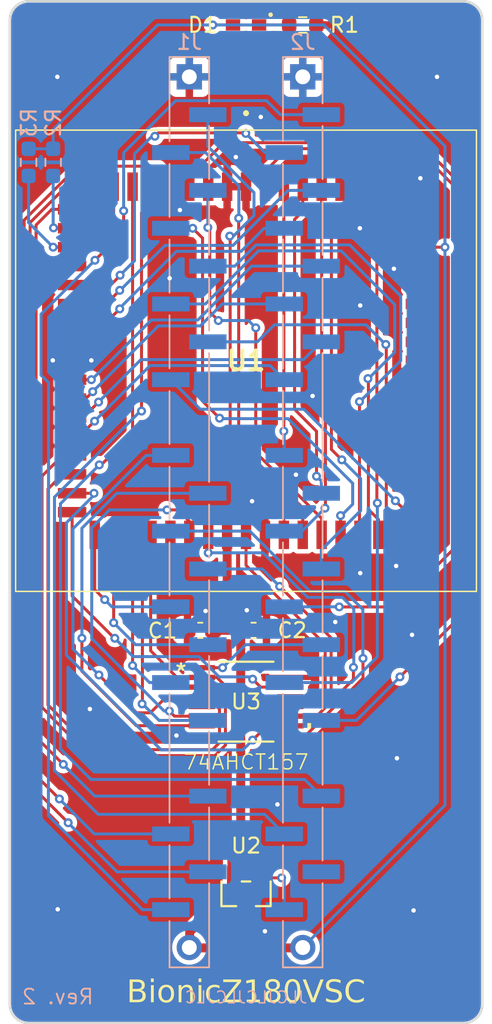
<source format=kicad_pcb>
(kicad_pcb (version 20241229) (generator "pcbnew") (generator_version "9.0")
  (title_block (title "BionicZ180") (date "2025-11-17") (rev "2") (company "Tadashi G. Takaoka"))
  (layers (0 "F.Cu" mixed) (2 "B.Cu" mixed) (13 "F.Paste" user) (15 "B.Paste" user) (5 "F.SilkS" user "F.Silkscreen") (7 "B.SilkS" user "B.Silkscreen") (1 "F.Mask" user) (3 "B.Mask" user) (25 "Edge.Cuts" user))
  (net 0 "")
  (net 1 "VCC")
  (net 2 "GND")
  (net 3 "Net-(D1-K)")
  (net 4 "A12")
  (net 5 "D6")
  (net 6 "~{WAIT}")
  (net 7 "A13")
  (net 8 "D3")
  (net 9 "P33")
  (net 10 "D0")
  (net 11 "D7")
  (net 12 "~{RESET}")
  (net 13 "D1")
  (net 14 "P31")
  (net 15 "P32")
  (net 16 "~{INT0}")
  (net 17 "D5")
  (net 18 "D2")
  (net 19 "P30")
  (net 20 "A14")
  (net 21 "A15")
  (net 22 "D4")
  (net 23 "~{NMI}")
  (net 24 "Net-(J2-P57)")
  (net 26 "ASEL")
  (net 27 "~{MREQ}")
  (net 28 "PHI")
  (net 29 "~{IORQ}")
  (net 30 "A4")
  (net 31 "EXTAL")
  (net 32 "~{WR}")
  (net 33 "A6")
  (net 34 "~{BUSREQ}")
  (net 35 "A2")
  (net 36 "A5")
  (net 37 "A7")
  (net 38 "~{M1}")
  (net 39 "A1")
  (net 40 "~{RD}")
  (net 41 "A3")
  (net 42 "A0")
  (net 43 "~{BUSACK}")
  (net 44 "Net-(U1-~{INT1})")
  (net 45 "Net-(U1-~{INT2})")
  (net 49 "A10")
  (net 51 "A16")
  (net 52 "A17")
  (net 53 "A11")
  (net 56 "A8")
  (net 57 "A19")
  (net 61 "A18")
  (net 65 "A9")
  (footprint "ti:PW16-M" (layer "F.Cu") (at 113.7 117.001001)
    (property "Reference" "U3")
    (property "Value" "74AHCT157")
  )
  (footprint "rhom:LED_CSL1901UW1_ROM-M" (layer "F.Cu") (at 113.7 71.6002 180)
    (property "Reference" "D1")
    (property "Value" "CSL1901UW1")
  )
  (footprint "Resistor_SMD:R_0603_1608Metric_Pad0.98x0.95mm_HandSolder" (layer "F.Cu") (at 117.51 71.6002)
    (property "Reference" "R1")
    (property "Value" "1.6k")
  )
  (footprint "3m:846821B1RKTP" (layer "F.Cu") (at 113.7 94.13)
    (property "Reference" "U1")
    (property "Value" "Z80180" (hide yes))
  )
  (footprint "microchip:SOT-23_MC_MCH-M" (layer "F.Cu") (at 113.7 129.894 180)
    (property "Reference" "U2")
    (property "Value" "11AA010-I/TT")
  )
  (footprint "Capacitor_SMD:C_0603_1608Metric_Pad1.08x0.95mm_HandSolder" (layer "F.Cu") (at 110.6277 112.2148 180)
    (property "Reference" "C1")
    (property "Value" "0.1u")
  )
  (footprint "Capacitor_SMD:C_0603_1608Metric_Pad1.08x0.95mm_HandSolder" (layer "F.Cu") (at 114.2091 112.2148)
    (property "Reference" "C2")
    (property "Value" "22u")
  )
  (footprint "Resistor_SMD:R_0603_1608Metric_Pad0.98x0.95mm_HandSolder" (layer "B.Cu") (at 99.095 80.8185 -90)
    (property "Reference" "R3")
    (property "Value" "10k")
  )
  (footprint "Resistor_SMD:R_0603_1608Metric_Pad0.98x0.95mm_HandSolder" (layer "B.Cu") (at 100.746 80.8185 -90)
    (property "Reference" "R2")
    (property "Value" "10k")
  )
  (footprint "bionic:Bionic-P245_SMT" (layer "B.Cu") (at 117.5308 104.29 180)
    (property "Reference" "J2")
    (property "Value" "Bionic-P245")
  )
  (footprint "bionic:Bionic-P135_SMT" (layer "B.Cu") (at 109.8692 104.29 180)
    (property "Reference" "J1")
    (property "Value" "Bionic-P135")
  )
  (gr_arc (start 99.095 138.58) (mid 98.196974 138.208026) (end 97.825 137.31) (stroke (width 0.15)) (layer "Edge.Cuts"))
  (gr_line (start 128.305 70) (end 99.095 70) (stroke (width 0.15)) (layer "Edge.Cuts"))
  (gr_arc (start 97.825 71.27) (mid 98.196974 70.371974) (end 99.095 70) (stroke (width 0.15)) (layer "Edge.Cuts"))
  (gr_line (start 99.095 138.58) (end 128.305 138.58) (stroke (width 0.15)) (layer "Edge.Cuts"))
  (gr_arc (start 128.305 70) (mid 129.203026 70.371974) (end 129.575 71.27) (stroke (width 0.15)) (layer "Edge.Cuts"))
  (gr_arc (start 129.575 137.31) (mid 129.203026 138.208026) (end 128.305 138.58) (stroke (width 0.15)) (layer "Edge.Cuts"))
  (gr_line (start 97.825 71.27) (end 97.825 137.31) (stroke (width 0.15)) (layer "Edge.Cuts"))
  (gr_line (start 129.575 137.31) (end 129.575 71.27) (stroke (width 0.15)) (layer "Edge.Cuts"))
  (gr_text "BionicZ180VSC" (at 113.7 136.548 0) (layer "F.SilkS") (effects (font (size 1.5 1.5))))
  (gr_text "74AHCT157" (at 113.7 121.054 0) (layer "F.SilkS") (effects (font (size 1 1) (thickness 0.1))))
  (gr_text "JLCJLCJLCJLC" (at 113.7 137.31 0) (layer "B.SilkS") (effects (font (size 0.8 0.8)) (justify bottom mirror)))
  (gr_text "Rev. 2" (at 103.54 136.802 0) (layer "B.SilkS") (effects (font (size 1 1)) (justify left mirror)))
  (segment (start 112.43 105.81) (end 112.43 112.2148) (width 0.6) (layer "F.Cu") (net 1))
  (segment (start 112.749999 126.931601) (end 113.3444 126.3372) (width 0.6) (layer "F.Cu") (net 1))
  (segment (start 111.4648 71.6002) (end 112.8237 71.6002) (width 0.2) (layer "F.Cu") (net 1))
  (segment (start 112.43 112.2148) (end 111.4902 112.2148) (width 0.6) (layer "F.Cu") (net 1))
  (segment (start 111.4648 112.037) (end 111.9209 112.037) (width 0.2) (layer "F.Cu") (net 1))
  (segment (start 109.9154 133.5254) (end 117.4846 133.5254) (width 0.6) (layer "F.Cu") (net 1))
  (segment (start 109.9154 133.5254) (end 109.9154 132.4586) (width 0.6) (layer "F.Cu") (net 1))
  (segment (start 113.3444 126.3372) (end 113.3444 114.704) (width 0.6) (layer "F.Cu") (net 1))
  (segment (start 113.3466 112.2148) (end 112.43 112.2148) (width 0.6) (layer "F.Cu") (net 1))
  (segment (start 109.9154 132.4586) (end 112.749999 129.624001) (width 0.6) (layer "F.Cu") (net 1))
  (segment (start 117.4846 133.5254) (end 117.51 133.5) (width 0.2) (layer "F.Cu") (net 1))
  (segment (start 109.89 133.5) (end 109.9154 133.5254) (width 0.2) (layer "F.Cu") (net 1))
  (segment (start 116.6718 114.726002) (end 113.366402 114.726002) (width 0.2) (layer "F.Cu") (net 1))
  (segment (start 113.3444 114.704) (end 113.3444 112.217) (width 0.6) (layer "F.Cu") (net 1))
  (segment (start 112.749999 129.624001) (end 112.749999 128.828) (width 0.6) (layer "F.Cu") (net 1))
  (segment (start 112.4442 105.8242) (end 112.43 105.81) (width 0.6) (layer "F.Cu") (net 1))
  (segment (start 125.38 86.51) (end 127.0604 86.51) (width 0.2) (layer "F.Cu") (net 1))
  (segment (start 112.7602 128.8382) (end 112.75 128.828) (width 0.2) (layer "F.Cu") (net 1))
  (segment (start 112.749999 128.828) (end 112.749999 126.931601) (width 0.6) (layer "F.Cu") (net 1))
  (segment (start 113.366402 114.726002) (end 113.3444 114.704) (width 0.2) (layer "F.Cu") (net 1))
  (segment (start 113.3444 112.217) (end 113.3466 112.2148) (width 0.6) (layer "F.Cu") (net 1))
  (via (at 127.0604 86.51) (size 0.6) (drill 0.3) (layers "F.Cu" "B.Cu") (net 1))
  (via (at 111.4648 71.6002) (size 0.6) (drill 0.3) (layers "F.Cu" "B.Cu") (net 1))
  (segment (start 111.4648 71.6002) (end 118.9324 71.6002) (width 0.2) (layer "B.Cu") (net 1))
  (segment (start 111.4648 71.6002) (end 107.7564 71.6002) (width 0.2) (layer "B.Cu") (net 1))
  (segment (start 127.0604 123.9496) (end 117.51 133.5) (width 0.2) (layer "B.Cu") (net 1))
  (segment (start 127.0604 79.7282) (end 127.0604 86.51) (width 0.2) (layer "B.Cu") (net 1))
  (segment (start 100.746 78.6106) (end 100.746 79.906) (width 0.2) (layer "B.Cu") (net 1))
  (segment (start 118.9324 71.6002) (end 127.0604 79.7282) (width 0.2) (layer "B.Cu") (net 1))
  (segment (start 100.746 79.906) (end 99.095 79.906) (width 0.2) (layer "B.Cu") (net 1))
  (segment (start 127.0604 86.51) (end 127.0604 123.9496) (width 0.2) (layer "B.Cu") (net 1))
  (segment (start 107.7564 71.6002) (end 100.746 78.6106) (width 0.2) (layer "B.Cu") (net 1))
  (segment (start 109.0264 119.276) (end 110.7282 119.276) (width 0.2) (layer "F.Cu") (net 2))
  (segment (start 115.413403 115.376003) (end 115.4018 115.3644) (width 0.2) (layer "F.Cu") (net 2))
  (segment (start 116.6718 115.376003) (end 115.413403 115.376003) (width 0.2) (layer "F.Cu") (net 2))
  (via (at 121.3708 108.3794) (size 0.6) (drill 0.3) (layers "F.Cu" "B.Cu") (net 2))
  (via (at 109.255 84.0208) (size 0.6) (drill 0.3) (layers "F.Cu" "B.Cu") (net 2))
  (via (at 124.8506 112.5196) (size 0.6) (drill 0.3) (layers "F.Cu" "B.Cu") (net 2))
  (via (at 115.8082 123.8988) (size 0.6) (drill 0.3) (layers "F.Cu" "B.Cu") (net 2))
  (via (at 101.0254 75.08) (size 0.6) (drill 0.3) (layers "F.Cu" "B.Cu") (net 2))
  (via (at 126.527 75.08) (size 0.6) (drill 0.3) (layers "F.Cu" "B.Cu") (net 2))
  (via (at 124.9522 131.0108) (size 0.6) (drill 0.3) (layers "F.Cu" "B.Cu") (net 2))
  (via (at 125.4094 81.8872) (size 0.6) (drill 0.3) (layers "F.Cu" "B.Cu") (net 2))
  (via (at 119.6944 111.656) (size 0.6) (drill 0.3) (layers "F.Cu" "B.Cu") (net 2))
  (via (at 103.3114 94.1046) (size 0.6) (drill 0.3) (layers "F.Cu" "B.Cu") (net 2))
  (via (at 123.7838 107.8968) (size 0.6) (drill 0.3) (layers "F.Cu" "B.Cu") (net 2))
  (via (at 114.6906 77.7724) (size 0.6) (drill 0.3) (layers "F.Cu" "B.Cu") (net 2))
  (via (at 113.0142 80.4648) (size 0.6) (drill 0.3) (layers "F.Cu" "B.Cu") (net 2))
  (via (at 113.7508 110.8686) (size 0.6) (drill 0.3) (layers "F.Cu" "B.Cu") (net 2))
  (via (at 100.7206 94.1046) (size 0.6) (drill 0.3) (layers "F.Cu" "B.Cu") (net 2))
  (via (at 117.0528 101.7754) (size 0.6) (drill 0.3) (layers "F.Cu" "B.Cu") (net 2))
  (via (at 103.2098 117.498) (size 0.6) (drill 0.3) (layers "F.Cu" "B.Cu") (net 2))
  (via (at 118.1704 96.4922) (size 0.6) (drill 0.3) (layers "F.Cu" "B.Cu") (net 2))
  (via (at 123.8346 120.8) (size 0.6) (drill 0.3) (layers "F.Cu" "B.Cu") (net 2))
  (via (at 123.6314 87.9578) (size 0.6) (drill 0.3) (layers "F.Cu" "B.Cu") (net 2))
  (via (at 121.3454 85.24) (size 0.6) (drill 0.3) (layers "F.Cu" "B.Cu") (net 2))
  (via (at 121.3708 90.4216) (size 0.6) (drill 0.3) (layers "F.Cu" "B.Cu") (net 2))
  (via (at 110.9822 110.9194) (size 0.6) (drill 0.3) (layers "F.Cu" "B.Cu") (net 2))
  (via (at 114.1064 103.5534) (size 0.6) (drill 0.3) (layers "F.Cu" "B.Cu") (net 2))
  (via (at 109.0264 119.276) (size 0.6) (drill 0.3) (layers "F.Cu" "B.Cu") (net 2))
  (via (at 108.5692 88.5928) (size 0.6) (drill 0.3) (layers "F.Cu" "B.Cu") (net 2))
  (via (at 101.0508 130.9346) (size 0.6) (drill 0.3) (layers "F.Cu" "B.Cu") (net 2))
  (via (at 114.97 132.4078) (size 0.6) (drill 0.3) (layers "F.Cu" "B.Cu") (net 2))
  (segment (start 116.5975 71.6002) (end 114.5763 71.6002) (width 0.2) (layer "F.Cu") (net 3))
  (segment (start 103.54 109.4874) (end 103.54 105.81) (width 0.2) (layer "F.Cu") (net 4))
  (segment (start 104.21 110.1574) (end 103.54 109.4874) (width 0.2) (layer "F.Cu") (net 4))
  (via (at 104.21 110.1574) (size 0.6) (drill 0.3) (layers "F.Cu" "B.Cu") (net 4))
  (segment (start 104.21 110.1574) (end 104.6926 110.64) (width 0.2) (layer "B.Cu") (net 4))
  (segment (start 104.6926 110.64) (end 108.6454 110.64) (width 0.2) (layer "B.Cu") (net 4))
  (segment (start 123.12 93.0694) (end 123.12 104.1088) (width 0.2) (layer "F.Cu") (net 5))
  (segment (start 123.12 104.1088) (end 123.86 104.8488) (width 0.2) (layer "F.Cu") (net 5))
  (segment (start 123.0884 93.0378) (end 123.12 93.0694) (width 0.2) (layer "F.Cu") (net 5))
  (segment (start 123.86 104.8488) (end 123.86 105.81) (width 0.2) (layer "F.Cu") (net 5))
  (via (at 123.0884 93.0378) (size 0.6) (drill 0.3) (layers "F.Cu" "B.Cu") (net 5))
  (segment (start 115.605 91.717) (end 114.462 92.86) (width 0.2) (layer "B.Cu") (net 5))
  (segment (start 121.7518 91.717) (end 115.605 91.717) (width 0.2) (layer "B.Cu") (net 5))
  (segment (start 123.0726 93.0378) (end 121.7518 91.717) (width 0.2) (layer "B.Cu") (net 5))
  (segment (start 114.462 92.86) (end 111.1346 92.86) (width 0.2) (layer "B.Cu") (net 5))
  (segment (start 123.0884 93.0378) (end 123.0726 93.0378) (width 0.2) (layer "B.Cu") (net 5))
  (segment (start 108.62 81.815) (end 108.62 82.45) (width 0.2) (layer "F.Cu") (net 6))
  (segment (start 101.754465 125.125535) (end 98.7966 122.16767) (width 0.2) (layer "F.Cu") (net 6))
  (segment (start 102.415514 81.0744) (end 107.8794 81.0744) (width 0.2) (layer "F.Cu") (net 6))
  (segment (start 98.7966 122.16767) (end 98.7966 84.693314) (width 0.2) (layer "F.Cu") (net 6))
  (segment (start 98.7966 84.693314) (end 102.415514 81.0744) (width 0.2) (layer "F.Cu") (net 6))
  (segment (start 107.8794 81.0744) (end 108.62 81.815) (width 0.2) (layer "F.Cu") (net 6))
  (via (at 101.754465 125.125535) (size 0.6) (drill 0.3) (layers "F.Cu" "B.Cu") (net 6))
  (segment (start 101.754465 125.125535) (end 101.754465 125.135865) (width 0.2) (layer "B.Cu") (net 6))
  (segment (start 105.0386 128.42) (end 111.1346 128.42) (width 0.2) (layer "B.Cu") (net 6))
  (segment (start 101.754465 125.135865) (end 105.0386 128.42) (width 0.2) (layer "B.Cu") (net 6))
  (segment (start 104.81 111.7068) (end 104.81 105.81) (width 0.2) (layer "F.Cu") (net 7))
  (via (at 104.81 111.7068) (size 0.6) (drill 0.3) (layers "F.Cu" "B.Cu") (net 7))
  (segment (start 106.2832 113.18) (end 111.1346 113.18) (width 0.2) (layer "B.Cu") (net 7))
  (segment (start 104.81 111.7068) (end 106.2832 113.18) (width 0.2) (layer "B.Cu") (net 7))
  (segment (start 110.779 85.9004) (end 110.1186 85.24) (width 0.2) (layer "F.Cu") (net 8))
  (segment (start 111.922 97.9812) (end 110.779 96.8382) (width 0.2) (layer "F.Cu") (net 8))
  (segment (start 120.05 105.81) (end 120.05 104.5186) (width 0.2) (layer "F.Cu") (net 8))
  (segment (start 110.779 96.8382) (end 110.779 85.9004) (width 0.2) (layer "F.Cu") (net 8))
  (via (at 110.1186 85.24) (size 0.6) (drill 0.3) (layers "F.Cu" "B.Cu") (net 8))
  (via (at 111.922 97.9812) (size 0.6) (drill 0.3) (layers "F.Cu" "B.Cu") (net 8))
  (via (at 120.05 104.5186) (size 0.6) (drill 0.3) (layers "F.Cu" "B.Cu") (net 8))
  (segment (start 120.1008 104.5186) (end 120.05 104.5186) (width 0.2) (layer "B.Cu") (net 8))
  (segment (start 116.524141 98.0162) (end 120.8628 102.354859) (width 0.2) (layer "B.Cu") (net 8))
  (segment (start 120.8628 102.354859) (end 120.8628 103.7566) (width 0.2) (layer "B.Cu") (net 8))
  (segment (start 111.957 98.0162) (end 116.524141 98.0162) (width 0.2) (layer "B.Cu") (net 8))
  (segment (start 120.8628 103.7566) (end 120.1008 104.5186) (width 0.2) (layer "B.Cu") (net 8))
  (segment (start 110.1186 85.24) (end 108.6454 85.24) (width 0.2) (layer "B.Cu") (net 8))
  (segment (start 111.922 97.9812) (end 111.957 98.0162) (width 0.2) (layer "B.Cu") (net 8))
  (segment (start 118.527084 117.326002) (end 116.6718 117.326002) (width 0.2) (layer "F.Cu") (net 9))
  (segment (start 119.415 116.438086) (end 118.527084 117.326002) (width 0.2) (layer "F.Cu") (net 9))
  (segment (start 115.9606 109.2684) (end 119.415 112.7228) (width 0.2) (layer "F.Cu") (net 9))
  (segment (start 119.415 112.7228) (end 119.415 116.438086) (width 0.2) (layer "F.Cu") (net 9))
  (via (at 115.9606 109.2684) (size 0.6) (drill 0.3) (layers "F.Cu" "B.Cu") (net 9))
  (segment (start 114.7922 108.1) (end 111.1346 108.1) (width 0.2) (layer "B.Cu") (net 9))
  (segment (start 115.9606 109.2684) (end 114.7922 108.1) (width 0.2) (layer "B.Cu") (net 9))
  (segment (start 112.6332 99.6926) (end 116.24 103.2994) (width 0.2) (layer "F.Cu") (net 10))
  (segment (start 112.6332 85.7894) (end 112.6332 99.6926) (width 0.2) (layer "F.Cu") (net 10))
  (segment (start 112.607335 85.763535) (end 112.6332 85.7894) (width 0.2) (layer "F.Cu") (net 10))
  (segment (start 116.24 103.2994) (end 116.24 105.81) (width 0.2) (layer "F.Cu") (net 10))
  (via (at 112.607335 85.763535) (size 0.6) (drill 0.3) (layers "F.Cu" "B.Cu") (net 10))
  (segment (start 114.2334 84.386729) (end 114.2334 82.845514) (width 0.2) (layer "B.Cu") (net 10))
  (segment (start 114.2334 82.845514) (end 111.1346 79.746714) (width 0.2) (layer "B.Cu") (net 10))
  (segment (start 112.856594 85.763535) (end 114.2334 84.386729) (width 0.2) (layer "B.Cu") (net 10))
  (segment (start 112.607335 85.763535) (end 112.856594 85.763535) (width 0.2) (layer "B.Cu") (net 10))
  (segment (start 111.1346 79.746714) (end 111.1346 77.62) (width 0.2) (layer "B.Cu") (net 10))
  (segment (start 124.495 104.29) (end 125.38 104.29) (width 0.2) (layer "F.Cu") (net 11))
  (segment (start 123.733 103.528) (end 124.495 104.29) (width 0.2) (layer "F.Cu") (net 11))
  (via (at 123.733 103.528) (size 0.6) (drill 0.3) (layers "F.Cu" "B.Cu") (net 11))
  (segment (start 110.6266 97.3812) (end 108.6454 95.4) (width 0.2) (layer "B.Cu") (net 11))
  (segment (start 123.733 103.528) (end 117.5862 97.3812) (width 0.2) (layer "B.Cu") (net 11))
  (segment (start 117.5862 97.3812) (end 110.6266 97.3812) (width 0.2) (layer "B.Cu") (net 11))
  (segment (start 104.81 86.129) (end 104.81 82.45) (width 0.2) (layer "F.Cu") (net 12))
  (segment (start 103.5527 87.3863) (end 104.81 86.129) (width 0.2) (layer "F.Cu") (net 12))
  (via (at 103.5527 87.3863) (size 0.6) (drill 0.3) (layers "F.Cu" "B.Cu") (net 12))
  (segment (start 99.9332 95.0952) (end 100.435 95.597) (width 0.2) (layer "B.Cu") (net 12))
  (segment (start 106.7404 130.96) (end 108.6454 130.96) (width 0.2) (layer "B.Cu") (net 12))
  (segment (start 103.5527 87.3863) (end 99.9332 91.0058) (width 0.2) (layer "B.Cu") (net 12))
  (segment (start 100.435 120.788985) (end 100.426635 120.79735) (width 0.2) (layer "B.Cu") (net 12))
  (segment (start 100.426635 124.646235) (end 106.7404 130.96) (width 0.2) (layer "B.Cu") (net 12))
  (segment (start 100.435 95.597) (end 100.435 120.788985) (width 0.2) (layer "B.Cu") (net 12))
  (segment (start 99.9332 91.0058) (end 99.9332 95.0952) (width 0.2) (layer "B.Cu") (net 12))
  (segment (start 100.426635 120.79735) (end 100.426635 124.646235) (width 0.2) (layer "B.Cu") (net 12))
  (segment (start 113.207335 84.564265) (end 113.207335 99.701049) (width 0.2) (layer "F.Cu") (net 13))
  (segment (start 117.51 104.003714) (end 117.51 105.81) (width 0.2) (layer "F.Cu") (net 13))
  (segment (start 113.207335 99.701049) (end 117.51 104.003714) (width 0.2) (layer "F.Cu") (net 13))
  (via (at 113.207335 84.564265) (size 0.6) (drill 0.3) (layers "F.Cu" "B.Cu") (net 13))
  (segment (start 110.9822 80.16) (end 108.6454 80.16) (width 0.2) (layer "B.Cu") (net 13))
  (segment (start 113.2174 84.5542) (end 113.2174 82.3952) (width 0.2) (layer "B.Cu") (net 13))
  (segment (start 113.207335 84.564265) (end 113.2174 84.5542) (width 0.2) (layer "B.Cu") (net 13))
  (segment (start 113.2174 82.3952) (end 110.9822 80.16) (width 0.2) (layer "B.Cu") (net 13))
  (segment (start 110.717801 118.6156) (end 110.7282 118.625999) (width 0.2) (layer "F.Cu") (net 14))
  (segment (start 102.6764 112.7482) (end 102.6764 114.958) (width 0.2) (layer "F.Cu") (net 14))
  (segment (start 106.334 118.6156) (end 110.717801 118.6156) (width 0.2) (layer "F.Cu") (net 14))
  (segment (start 102.6764 114.958) (end 106.334 118.6156) (width 0.2) (layer "F.Cu") (net 14))
  (via (at 102.6764 112.7482) (size 0.6) (drill 0.3) (layers "F.Cu" "B.Cu") (net 14))
  (segment (start 102.6764 105.363686) (end 105.020086 103.02) (width 0.2) (layer "B.Cu") (net 14))
  (segment (start 105.020086 103.02) (end 111.1346 103.02) (width 0.2) (layer "B.Cu") (net 14))
  (segment (start 102.6764 112.7482) (end 102.6764 105.363686) (width 0.2) (layer "B.Cu") (net 14))
  (segment (start 121.556135 115.428323) (end 117.708458 119.276) (width 0.2) (layer "F.Cu") (net 15))
  (segment (start 121.556135 114.101935) (end 121.556135 115.428323) (width 0.2) (layer "F.Cu") (net 15))
  (segment (start 117.708458 119.276) (end 116.6718 119.276) (width 0.2) (layer "F.Cu") (net 15))
  (via (at 121.556135 114.101935) (size 0.6) (drill 0.3) (layers "F.Cu" "B.Cu") (net 15))
  (segment (start 121.5486 114.0944) (end 121.5486 110.8178) (width 0.2) (layer "B.Cu") (net 15))
  (segment (start 120.3358 109.605) (end 117.999 109.605) (width 0.2) (layer "B.Cu") (net 15))
  (segment (start 121.5486 110.8178) (end 120.3358 109.605) (width 0.2) (layer "B.Cu") (net 15))
  (segment (start 121.556135 114.101935) (end 121.5486 114.0944) (width 0.2) (layer "B.Cu") (net 15))
  (segment (start 117.999 109.605) (end 113.954 105.56) (width 0.2) (layer "B.Cu") (net 15))
  (segment (start 113.954 105.56) (end 108.6454 105.56) (width 0.2) (layer "B.Cu") (net 15))
  (segment (start 99.5966 119.38153) (end 99.5966 85.024686) (width 0.2) (layer "F.Cu") (net 16))
  (segment (start 99.5966 85.024686) (end 100.651286 83.97) (width 0.2) (layer "F.Cu") (net 16))
  (segment (start 100.651286 83.97) (end 102.02 83.97) (width 0.2) (layer "F.Cu") (net 16))
  (segment (start 101.426635 121.211565) (end 99.5966 119.38153) (width 0.2) (layer "F.Cu") (net 16))
  (via (at 101.426635 121.211565) (size 0.6) (drill 0.3) (layers "F.Cu" "B.Cu") (net 16))
  (segment (start 101.426635 121.226635) (end 103.54 123.34) (width 0.2) (layer "B.Cu") (net 16))
  (segment (start 101.426635 121.211565) (end 101.426635 121.226635) (width 0.2) (layer "B.Cu") (net 16))
  (segment (start 103.54 123.34) (end 111.1346 123.34) (width 0.2) (layer "B.Cu") (net 16))
  (segment (start 121.92 95.3554) (end 121.92 104.1026) (width 0.2) (layer "F.Cu") (net 17))
  (segment (start 122.59 104.7726) (end 122.59 105.81) (width 0.2) (layer "F.Cu") (net 17))
  (segment (start 121.8884 95.3238) (end 121.92 95.3554) (width 0.2) (layer "F.Cu") (net 17))
  (segment (start 121.92 104.1026) (end 122.59 104.7726) (width 0.2) (layer "F.Cu") (net 17))
  (via (at 121.8884 95.3238) (size 0.6) (drill 0.3) (layers "F.Cu" "B.Cu") (net 17))
  (segment (start 114.532972 86.7576) (end 110.970572 90.32) (width 0.2) (layer "B.Cu") (net 17))
  (segment (start 121.8884 95.3238) (end 121.9296 95.3238) (width 0.2) (layer "B.Cu") (net 17))
  (segment (start 120.0872 86.7576) (end 114.532972 86.7576) (width 0.2) (layer "B.Cu") (net 17))
  (segment (start 123.6884 93.565) (end 123.6884 90.3588) (width 0.2) (layer "B.Cu") (net 17))
  (segment (start 110.970572 90.32) (end 108.6454 90.32) (width 0.2) (layer "B.Cu") (net 17))
  (segment (start 123.6884 90.3588) (end 120.0872 86.7576) (width 0.2) (layer "B.Cu") (net 17))
  (segment (start 121.9296 95.3238) (end 123.6884 93.565) (width 0.2) (layer "B.Cu") (net 17))
  (segment (start 111.2616 90.8534) (end 111.2616 85.3162) (width 0.2) (layer "F.Cu") (net 18))
  (segment (start 118.78 104.708028) (end 118.78 105.81) (width 0.2) (layer "F.Cu") (net 18))
  (segment (start 114.3525 91.9202) (end 114.3525 100.280528) (width 0.2) (layer "F.Cu") (net 18))
  (segment (start 114.3525 100.280528) (end 118.78 104.708028) (width 0.2) (layer "F.Cu") (net 18))
  (segment (start 111.2616 85.3162) (end 111.1346 85.1892) (width 0.2) (layer "F.Cu") (net 18))
  (segment (start 111.839337 91.431137) (end 111.2616 90.8534) (width 0.2) (layer "F.Cu") (net 18))
  (via (at 111.839337 91.431137) (size 0.6) (drill 0.3) (layers "F.Cu" "B.Cu") (net 18))
  (via (at 114.3525 91.9202) (size 0.6) (drill 0.3) (layers "F.Cu" "B.Cu") (net 18))
  (via (at 111.1346 85.1892) (size 0.6) (drill 0.3) (layers "F.Cu" "B.Cu") (net 18))
  (segment (start 111.839337 91.431137) (end 113.863437 91.431137) (width 0.2) (layer "B.Cu") (net 18))
  (segment (start 113.863437 91.431137) (end 114.3525 91.9202) (width 0.2) (layer "B.Cu") (net 18))
  (segment (start 111.1346 85.1892) (end 111.1346 82.7) (width 0.2) (layer "B.Cu") (net 18))
  (segment (start 107.2738 117.752) (end 108.3498 116.676) (width 0.2) (layer "F.Cu") (net 19))
  (segment (start 106.3594 117.752) (end 107.2738 117.752) (width 0.2) (layer "F.Cu") (net 19))
  (segment (start 103.8194 115.212) (end 106.3594 117.752) (width 0.2) (layer "F.Cu") (net 19))
  (segment (start 108.3498 116.676) (end 110.7282 116.676) (width 0.2) (layer "F.Cu") (net 19))
  (via (at 103.8194 115.212) (size 0.6) (drill 0.3) (layers "F.Cu" "B.Cu") (net 19))
  (segment (start 106.9944 100.48) (end 108.6454 100.48) (width 0.2) (layer "B.Cu") (net 19))
  (segment (start 102.0764 105.398) (end 106.9944 100.48) (width 0.2) (layer "B.Cu") (net 19))
  (segment (start 102.0764 113.469) (end 102.0764 105.398) (width 0.2) (layer "B.Cu") (net 19))
  (segment (start 103.8194 115.212) (end 102.0764 113.469) (width 0.2) (layer "B.Cu") (net 19))
  (segment (start 106.08 114.58) (end 106.08 105.81) (width 0.2) (layer "F.Cu") (net 20))
  (via (at 106.08 114.58) (size 0.6) (drill 0.3) (layers "F.Cu" "B.Cu") (net 20))
  (segment (start 107.22 115.72) (end 108.6454 115.72) (width 0.2) (layer "B.Cu") (net 20))
  (segment (start 106.08 114.58) (end 107.22 115.72) (width 0.2) (layer "B.Cu") (net 20))
  (segment (start 106.7404 107.8206) (end 107.35 107.211) (width 0.2) (layer "F.Cu") (net 21))
  (segment (start 106.720165 117.152) (end 106.7404 117.131765) (width 0.2) (layer "F.Cu") (net 21))
  (segment (start 107.35 107.211) (end 107.35 105.81) (width 0.2) (layer "F.Cu") (net 21))
  (segment (start 106.7404 117.131765) (end 106.7404 107.8206) (width 0.2) (layer "F.Cu") (net 21))
  (via (at 106.720165 117.152) (size 0.6) (drill 0.3) (layers "F.Cu" "B.Cu") (net 21))
  (segment (start 107.858 118.26) (end 111.1346 118.26) (width 0.2) (layer "B.Cu") (net 21))
  (segment (start 106.720165 117.152) (end 106.75 117.152) (width 0.2) (layer "B.Cu") (net 21))
  (segment (start 106.75 117.152) (end 107.858 118.26) (width 0.2) (layer "B.Cu") (net 21))
  (segment (start 121.32 96.8732) (end 121.32 105.81) (width 0.2) (layer "F.Cu") (net 22))
  (via (at 121.32 96.8732) (size 0.6) (drill 0.3) (layers "F.Cu" "B.Cu") (net 22))
  (segment (start 121.3454 96.8732) (end 124.0884 94.1302) (width 0.2) (layer "B.Cu") (net 22))
  (segment (start 124.0884 94.1302) (end 124.0884 89.7864) (width 0.2) (layer "B.Cu") (net 22))
  (segment (start 112.944886 87.78) (end 111.1346 87.78) (width 0.2) (layer "B.Cu") (net 22))
  (segment (start 114.367286 86.3576) (end 112.944886 87.78) (width 0.2) (layer "B.Cu") (net 22))
  (segment (start 124.0884 89.7864) (end 120.6596 86.3576) (width 0.2) (layer "B.Cu") (net 22))
  (segment (start 120.6596 86.3576) (end 114.367286 86.3576) (width 0.2) (layer "B.Cu") (net 22))
  (segment (start 121.32 96.8732) (end 121.3454 96.8732) (width 0.2) (layer "B.Cu") (net 22))
  (segment (start 101.6056 82.45) (end 103.54 82.45) (width 0.2) (layer "F.Cu") (net 23))
  (segment (start 101.1651 123.5305) (end 99.1966 121.562) (width 0.2) (layer "F.Cu") (net 23))
  (segment (start 99.1966 121.562) (end 99.1966 84.859) (width 0.2) (layer "F.Cu") (net 23))
  (segment (start 99.1966 84.859) (end 101.6056 82.45) (width 0.2) (layer "F.Cu") (net 23))
  (via (at 101.1651 123.5305) (size 0.6) (drill 0.3) (layers "F.Cu" "B.Cu") (net 23))
  (segment (start 103.5146 125.88) (end 108.6454 125.88) (width 0.2) (layer "B.Cu") (net 23))
  (segment (start 101.1651 123.5305) (end 103.5146 125.88) (width 0.2) (layer "B.Cu") (net 23))
  (segment (start 114.6516 128.8264) (end 114.65 128.828) (width 0.2) (layer "F.Cu") (net 24))
  (segment (start 116.0876 128.8264) (end 114.6516 128.8264) (width 0.2) (layer "F.Cu") (net 24))
  (via (at 116.0876 128.8264) (size 0.6) (drill 0.3) (layers "F.Cu" "B.Cu") (net 24))
  (segment (start 116.0876 128.8264) (end 116.2654 129.0042) (width 0.2) (layer "B.Cu") (net 24))
  (segment (start 116.2654 129.0042) (end 116.2654 130.96) (width 0.2) (layer "B.Cu") (net 24))
  (segment (start 112.1252 114.726002) (end 110.7282 114.726002) (width 0.2) (layer "F.Cu") (net 26))
  (via (at 112.1252 114.726002) (size 0.6) (drill 0.3) (layers "F.Cu" "B.Cu") (net 26))
  (segment (start 113.671202 113.18) (end 118.7546 113.18) (width 0.2) (layer "B.Cu") (net 26))
  (segment (start 112.1252 114.726002) (end 113.671202 113.18) (width 0.2) (layer "B.Cu") (net 26))
  (segment (start 119.434 85.6274) (end 121.32 83.7414) (width 0.2) (layer "F.Cu") (net 27))
  (segment (start 121.32 83.7414) (end 121.32 82.45) (width 0.2) (layer "F.Cu") (net 27))
  (segment (start 120.133735 100.777265) (end 119.434 100.07753) (width 0.2) (layer "F.Cu") (net 27))
  (segment (start 119.434 100.07753) (end 119.434 85.6274) (width 0.2) (layer "F.Cu") (net 27))
  (via (at 120.133735 100.777265) (size 0.6) (drill 0.3) (layers "F.Cu" "B.Cu") (net 27))
  (segment (start 120.133735 100.777265) (end 121.3962 102.03973) (width 0.2) (layer "B.Cu") (net 27))
  (segment (start 118.7546 106.83) (end 118.7546 108.1) (width 0.2) (layer "B.Cu") (net 27))
  (segment (start 121.3962 102.03973) (end 121.3962 104.1884) (width 0.2) (layer "B.Cu") (net 27))
  (segment (start 121.3962 104.1884) (end 118.7546 106.83) (width 0.2) (layer "B.Cu") (net 27))
  (segment (start 123.750865 110.647535) (end 127.797 106.6014) (width 0.2) (layer "F.Cu") (net 28))
  (segment (start 125.1744 79.8996) (end 116.5004 79.8996) (width 0.2) (layer "F.Cu") (net 28))
  (segment (start 119.960392 110.643808) (end 119.964119 110.647535) (width 0.2) (layer "F.Cu") (net 28))
  (segment (start 127.797 106.6014) (end 127.797 82.5222) (width 0.2) (layer "F.Cu") (net 28))
  (segment (start 114.97 81.43) (end 114.97 82.45) (width 0.2) (layer "F.Cu") (net 28))
  (segment (start 127.797 82.5222) (end 125.1744 79.8996) (width 0.2) (layer "F.Cu") (net 28))
  (segment (start 119.964119 110.647535) (end 123.750865 110.647535) (width 0.2) (layer "F.Cu") (net 28))
  (segment (start 116.5004 79.8996) (end 114.97 81.43) (width 0.2) (layer "F.Cu") (net 28))
  (via (at 119.960392 110.643808) (size 0.6) (drill 0.3) (layers "F.Cu" "B.Cu") (net 28))
  (segment (start 119.956584 110.64) (end 116.2654 110.64) (width 0.2) (layer "B.Cu") (net 28))
  (segment (start 119.960392 110.643808) (end 119.956584 110.64) (width 0.2) (layer "B.Cu") (net 28))
  (segment (start 122.59 84.1224) (end 122.59 82.45) (width 0.2) (layer "F.Cu") (net 29))
  (segment (start 122.4884 103.6488) (end 122.4884 84.224) (width 0.2) (layer "F.Cu") (net 29))
  (segment (start 122.52 103.6804) (end 122.4884 103.6488) (width 0.2) (layer "F.Cu") (net 29))
  (segment (start 122.4884 84.224) (end 122.59 84.1224) (width 0.2) (layer "F.Cu") (net 29))
  (via (at 122.52 103.6804) (size 0.6) (drill 0.3) (layers "F.Cu" "B.Cu") (net 29))
  (segment (start 120.7866 115.72) (end 116.2654 115.72) (width 0.2) (layer "B.Cu") (net 29))
  (segment (start 122.52 113.9866) (end 120.7866 115.72) (width 0.2) (layer "B.Cu") (net 29))
  (segment (start 122.52 103.6804) (end 122.52 113.9866) (width 0.2) (layer "B.Cu") (net 29))
  (segment (start 103.3114 95.4) (end 102.02 95.4) (width 0.2) (layer "F.Cu") (net 30))
  (via (at 103.3114 95.4) (size 0.6) (drill 0.3) (layers "F.Cu" "B.Cu") (net 30))
  (segment (start 103.3114 95.4) (end 103.3368 95.4) (width 0.2) (layer "B.Cu") (net 30))
  (segment (start 103.3368 95.4) (end 107.3436 91.3932) (width 0.2) (layer "B.Cu") (net 30))
  (segment (start 110.463058 91.3932) (end 114.076258 87.78) (width 0.2) (layer "B.Cu") (net 30))
  (segment (start 114.076258 87.78) (end 118.7546 87.78) (width 0.2) (layer "B.Cu") (net 30))
  (segment (start 107.3436 91.3932) (end 110.463058 91.3932) (width 0.2) (layer "B.Cu") (net 30))
  (segment (start 125.340086 79.4996) (end 112.2054 79.4996) (width 0.2) (layer "F.Cu") (net 31))
  (segment (start 128.197 82.356514) (end 125.340086 79.4996) (width 0.2) (layer "F.Cu") (net 31))
  (segment (start 112.2054 79.4996) (end 109.89 81.815) (width 0.2) (layer "F.Cu") (net 31))
  (segment (start 124.0378 115.339) (end 128.197 111.1798) (width 0.2) (layer "F.Cu") (net 31))
  (segment (start 109.89 81.815) (end 109.89 82.45) (width 0.2) (layer "F.Cu") (net 31))
  (segment (start 128.197 111.1798) (end 128.197 82.356514) (width 0.2) (layer "F.Cu") (net 31))
  (via (at 124.0378 115.339) (size 0.6) (drill 0.3) (layers "F.Cu" "B.Cu") (net 31))
  (segment (start 121.1168 118.26) (end 118.7546 118.26) (width 0.2) (layer "B.Cu") (net 31))
  (segment (start 124.0378 115.339) (end 121.1168 118.26) (width 0.2) (layer "B.Cu") (net 31))
  (segment (start 118.434 98.864) (end 116.9608 97.3908) (width 0.2) (layer "F.Cu") (net 32))
  (segment (start 116.9608 97.3908) (end 116.9608 84.6462) (width 0.2) (layer "F.Cu") (net 32))
  (segment (start 118.434 101.877) (end 118.434 98.864) (width 0.2) (layer "F.Cu") (net 32))
  (segment (start 116.9608 84.6462) (end 117.51 84.097) (width 0.2) (layer "F.Cu") (net 32))
  (segment (start 117.51 84.097) (end 117.51 82.45) (width 0.2) (layer "F.Cu") (net 32))
  (via (at 118.434 101.877) (size 0.6) (drill 0.3) (layers "F.Cu" "B.Cu") (net 32))
  (segment (start 118.434 101.877) (end 118.7546 102.1976) (width 0.2) (layer "B.Cu") (net 32))
  (segment (start 118.7546 102.1976) (end 118.7546 103.02) (width 0.2) (layer "B.Cu") (net 32))
  (segment (start 103.795382 96.901062) (end 102.756444 97.94) (width 0.2) (layer "F.Cu") (net 33))
  (segment (start 102.756444 97.94) (end 102.02 97.94) (width 0.2) (layer "F.Cu") (net 33))
  (via (at 103.795382 96.901062) (size 0.6) (drill 0.3) (layers "F.Cu" "B.Cu") (net 33))
  (segment (start 106.6388 94.0538) (end 117.5608 94.0538) (width 0.2) (layer "B.Cu") (net 33))
  (segment (start 117.5608 94.0538) (end 118.7546 92.86) (width 0.2) (layer "B.Cu") (net 33))
  (segment (start 103.795382 96.901062) (end 103.795382 96.897218) (width 0.2) (layer "B.Cu") (net 33))
  (segment (start 103.795382 96.897218) (end 106.6388 94.0538) (width 0.2) (layer "B.Cu") (net 33))
  (segment (start 103.9718 101.115) (end 106.08 99.0068) (width 0.2) (layer "F.Cu") (net 34))
  (segment (start 106.08 99.0068) (end 106.08 82.45) (width 0.2) (layer "F.Cu") (net 34))
  (segment (start 103.8448 101.115) (end 103.9718 101.115) (width 0.2) (layer "F.Cu") (net 34))
  (via (at 103.8448 101.115) (size 0.6) (drill 0.3) (layers "F.Cu" "B.Cu") (net 34))
  (segment (start 117.637 122.2224) (end 118.7546 123.34) (width 0.2) (layer "B.Cu") (net 34))
  (segment (start 101.235 120.1714) (end 103.286 122.2224) (width 0.2) (layer "B.Cu") (net 34))
  (segment (start 103.8448 101.115) (end 101.235 103.7248) (width 0.2) (layer "B.Cu") (net 34))
  (segment (start 101.235 103.7248) (end 101.235 120.1714) (width 0.2) (layer "B.Cu") (net 34))
  (segment (start 103.286 122.2224) (end 117.637 122.2224) (width 0.2) (layer "B.Cu") (net 34))
  (segment (start 105.2164 89.4056) (end 103.032 91.59) (width 0.2) (layer "F.Cu") (net 35))
  (segment (start 103.032 91.59) (end 102.02 91.59) (width 0.2) (layer "F.Cu") (net 35))
  (via (at 105.2164 89.4056) (size 0.6) (drill 0.3) (layers "F.Cu" "B.Cu") (net 35))
  (segment (start 116.5194 82.7) (end 118.7546 82.7) (width 0.2) (layer "B.Cu") (net 35))
  (segment (start 112.83 86.3894) (end 116.5194 82.7) (width 0.2) (layer "B.Cu") (net 35))
  (segment (start 105.2164 89.4056) (end 105.2418 89.4056) (width 0.2) (layer "B.Cu") (net 35))
  (segment (start 105.2418 89.4056) (end 108.258 86.3894) (width 0.2) (layer "B.Cu") (net 35))
  (segment (start 108.258 86.3894) (end 112.83 86.3894) (width 0.2) (layer "B.Cu") (net 35))
  (segment (start 103.403701 96.203501) (end 102.937202 96.67) (width 0.2) (layer "F.Cu") (net 36))
  (segment (start 102.937202 96.67) (end 102.02 96.67) (width 0.2) (layer "F.Cu") (net 36))
  (via (at 103.403701 96.203501) (size 0.6) (drill 0.3) (layers "F.Cu" "B.Cu") (net 36))
  (segment (start 107.814002 91.7932) (end 110.628744 91.7932) (width 0.2) (layer "B.Cu") (net 36))
  (segment (start 103.403701 96.203501) (end 107.814002 91.7932) (width 0.2) (layer "B.Cu") (net 36))
  (segment (start 112.101944 90.32) (end 116.2654 90.32) (width 0.2) (layer "B.Cu") (net 36))
  (segment (start 110.628744 91.7932) (end 112.101944 90.32) (width 0.2) (layer "B.Cu") (net 36))
  (segment (start 102.4986 99.21) (end 102.02 99.21) (width 0.2) (layer "F.Cu") (net 37))
  (segment (start 103.5273 98.1813) (end 102.4986 99.21) (width 0.2) (layer "F.Cu") (net 37))
  (via (at 103.5273 98.1813) (size 0.6) (drill 0.3) (layers "F.Cu" "B.Cu") (net 37))
  (segment (start 115.3192 94.4538) (end 116.2654 95.4) (width 0.2) (layer "B.Cu") (net 37))
  (segment (start 107.2548 94.4538) (end 115.3192 94.4538) (width 0.2) (layer "B.Cu") (net 37))
  (segment (start 103.5273 98.1813) (end 107.2548 94.4538) (width 0.2) (layer "B.Cu") (net 37))
  (segment (start 119.034 103.988929) (end 119.034 95.6032) (width 0.2) (layer "F.Cu") (net 38))
  (segment (start 119.034 95.6032) (end 118.78 95.3492) (width 0.2) (layer "F.Cu") (net 38))
  (segment (start 118.78 95.3492) (end 118.78 82.45) (width 0.2) (layer "F.Cu") (net 38))
  (segment (start 119.002929 104.02) (end 119.034 103.988929) (width 0.2) (layer "F.Cu") (net 38))
  (via (at 119.002929 104.02) (size 0.6) (drill 0.3) (layers "F.Cu" "B.Cu") (net 38))
  (segment (start 119.002929 104.02) (end 117.462929 105.56) (width 0.2) (layer "B.Cu") (net 38))
  (segment (start 117.462929 105.56) (end 116.2654 105.56) (width 0.2) (layer "B.Cu") (net 38))
  (segment (start 113.6492 78.8392) (end 107.8072 78.8392) (width 0.2) (layer "F.Cu") (net 39))
  (segment (start 113.6873 78.8773) (end 113.6492 78.8392) (width 0.2) (layer "F.Cu") (net 39))
  (segment (start 105.2418 88.3896) (end 105.2418 88.415) (width 0.2) (layer "F.Cu") (net 39))
  (segment (start 107.8072 78.8392) (end 107.5786 79.0678) (width 0.2) (layer "F.Cu") (net 39))
  (segment (start 103.3368 90.32) (end 102.02 90.32) (width 0.2) (layer "F.Cu") (net 39))
  (segment (start 105.2418 88.415) (end 103.3368 90.32) (width 0.2) (layer "F.Cu") (net 39))
  (via (at 107.5786 79.0678) (size 0.6) (drill 0.3) (layers "F.Cu" "B.Cu") (net 39))
  (via (at 113.6873 78.8773) (size 0.6) (drill 0.3) (layers "F.Cu" "B.Cu") (net 39))
  (via (at 105.2418 88.3896) (size 0.6) (drill 0.3) (layers "F.Cu" "B.Cu") (net 39))
  (segment (start 113.6873 78.8773) (end 114.97 80.16) (width 0.2) (layer "B.Cu") (net 39))
  (segment (start 105.2418 88.3896) (end 106.207 87.4244) (width 0.2) (layer "B.Cu") (net 39))
  (segment (start 106.207 87.4244) (end 106.207 80.2434) (width 0.2) (layer "B.Cu") (net 39))
  (segment (start 106.207 80.2434) (end 107.3826 79.0678) (width 0.2) (layer "B.Cu") (net 39))
  (segment (start 114.97 80.16) (end 116.2654 80.16) (width 0.2) (layer "B.Cu") (net 39))
  (segment (start 107.3826 79.0678) (end 107.5786 79.0678) (width 0.2) (layer "B.Cu") (net 39))
  (segment (start 116.24 98.8544) (end 116.24 82.45) (width 0.2) (layer "F.Cu") (net 40))
  (via (at 116.24 98.8544) (size 0.6) (drill 0.3) (layers "F.Cu" "B.Cu") (net 40))
  (segment (start 116.2654 98.8798) (end 116.2654 100.48) (width 0.2) (layer "B.Cu") (net 40))
  (segment (start 116.24 98.8544) (end 116.2654 98.8798) (width 0.2) (layer "B.Cu") (net 40))
  (segment (start 105.2164 90.6502) (end 103.0066 92.86) (width 0.2) (layer "F.Cu") (net 41))
  (segment (start 103.0066 92.86) (end 102.02 92.86) (width 0.2) (layer "F.Cu") (net 41))
  (via (at 105.2164 90.6502) (size 0.6) (drill 0.3) (layers "F.Cu" "B.Cu") (net 41))
  (segment (start 114.9192 85.24) (end 116.2654 85.24) (width 0.2) (layer "B.Cu") (net 41))
  (segment (start 113.3698 86.7894) (end 114.9192 85.24) (width 0.2) (layer "B.Cu") (net 41))
  (segment (start 105.2164 90.6502) (end 105.2164 90.5994) (width 0.2) (layer "B.Cu") (net 41))
  (segment (start 105.2164 90.5994) (end 109.0264 86.7894) (width 0.2) (layer "B.Cu") (net 41))
  (segment (start 109.0264 86.7894) (end 113.3698 86.7894) (width 0.2) (layer "B.Cu") (net 41))
  (segment (start 105.48 84.0716) (end 105.48 87.0592) (width 0.2) (layer "F.Cu") (net 42))
  (segment (start 103.4892 89.05) (end 102.02 89.05) (width 0.2) (layer "F.Cu") (net 42))
  (segment (start 105.48 87.0592) (end 103.4892 89.05) (width 0.2) (layer "F.Cu") (net 42))
  (via (at 105.48 84.0716) (size 0.6) (drill 0.3) (layers "F.Cu" "B.Cu") (net 42))
  (segment (start 108.9756 76.6802) (end 115.0716 76.6802) (width 0.2) (layer "B.Cu") (net 42))
  (segment (start 116.0114 77.62) (end 118.7546 77.62) (width 0.2) (layer "B.Cu") (net 42))
  (segment (start 105.48 80.1758) (end 108.9756 76.6802) (width 0.2) (layer "B.Cu") (net 42))
  (segment (start 115.0716 76.6802) (end 116.0114 77.62) (width 0.2) (layer "B.Cu") (net 42))
  (segment (start 105.48 84.0716) (end 105.48 80.1758) (width 0.2) (layer "B.Cu") (net 42))
  (segment (start 106.68 84.2082) (end 107.35 83.5382) (width 0.2) (layer "F.Cu") (net 43))
  (segment (start 106.68 97.5082) (end 106.68 84.2082) (width 0.2) (layer "F.Cu") (net 43))
  (segment (start 107.35 83.5382) (end 107.35 82.45) (width 0.2) (layer "F.Cu") (net 43))
  (via (at 106.68 97.5082) (size 0.6) (drill 0.3) (layers "F.Cu" "B.Cu") (net 43))
  (segment (start 103.7686 124.5592) (end 114.9446 124.5592) (width 0.2) (layer "B.Cu") (net 43))
  (segment (start 100.835 103.276271) (end 100.835 120.954671) (width 0.2) (layer "B.Cu") (net 43))
  (segment (start 100.826635 121.617235) (end 103.7686 124.5592) (width 0.2) (layer "B.Cu") (net 43))
  (segment (start 106.603071 97.5082) (end 100.835 103.276271) (width 0.2) (layer "B.Cu") (net 43))
  (segment (start 100.826635 120.963036) (end 100.826635 121.617235) (width 0.2) (layer "B.Cu") (net 43))
  (segment (start 106.68 97.5082) (end 106.603071 97.5082) (width 0.2) (layer "B.Cu") (net 43))
  (segment (start 100.835 120.954671) (end 100.826635 120.963036) (width 0.2) (layer "B.Cu") (net 43))
  (segment (start 114.9446 124.5592) (end 116.2654 125.88) (width 0.2) (layer "B.Cu") (net 43))
  (segment (start 100.7714 85.2146) (end 100.7968 85.24) (width 0.2) (layer "F.Cu") (net 44))
  (segment (start 100.7968 85.24) (end 102.02 85.24) (width 0.2) (layer "F.Cu") (net 44))
  (via (at 100.7714 85.2146) (size 0.6) (drill 0.3) (layers "F.Cu" "B.Cu") (net 44))
  (segment (start 100.7714 85.2146) (end 100.746 85.1892) (width 0.2) (layer "B.Cu") (net 44))
  (segment (start 100.746 85.1892) (end 100.746 81.731) (width 0.2) (layer "B.Cu") (net 44))
  (segment (start 100.746 86.51) (end 102.02 86.51) (width 0.2) (layer "F.Cu") (net 45))
  (via (at 100.746 86.51) (size 0.6) (drill 0.3) (layers "F.Cu" "B.Cu") (net 45))
  (segment (start 100.746 86.51) (end 99.095 84.859) (width 0.2) (layer "B.Cu") (net 45))
  (segment (start 99.095 84.859) (end 99.095 81.731) (width 0.2) (layer "B.Cu") (net 45))
  (segment (start 103.4892 103.02) (end 102.02 103.02) (width 0.2) (layer "F.Cu") (net 49))
  (segment (start 114.1444 119.5808) (end 115.7492 117.976) (width 0.2) (layer "F.Cu") (net 49))
  (segment (start 115.7492 117.976) (end 116.6718 117.976) (width 0.2) (layer "F.Cu") (net 49))
  (via (at 103.4892 103.02) (size 0.6) (drill 0.3) (layers "F.Cu" "B.Cu") (net 49))
  (via (at 114.1444 119.5808) (size 0.6) (drill 0.3) (layers "F.Cu" "B.Cu") (net 49))
  (segment (start 101.635 113.876129) (end 108.000071 120.2412) (width 0.2) (layer "B.Cu") (net 49))
  (segment (start 108.000071 120.2412) (end 113.484 120.2412) (width 0.2) (layer "B.Cu") (net 49))
  (segment (start 113.484 120.2412) (end 114.1444 119.5808) (width 0.2) (layer "B.Cu") (net 49))
  (segment (start 103.4892 103.147) (end 101.635 105.0012) (width 0.2) (layer "B.Cu") (net 49))
  (segment (start 101.635 105.0012) (end 101.635 113.876129) (width 0.2) (layer "B.Cu") (net 49))
  (segment (start 103.4892 103.02) (end 103.4892 103.147) (width 0.2) (layer "B.Cu") (net 49))
  (segment (start 107.2928 108.1572) (end 107.2928 113.584436) (width 0.2) (layer "F.Cu") (net 51))
  (segment (start 107.2928 113.584436) (end 108.0928 114.384436) (width 0.2) (layer "F.Cu") (net 51))
  (segment (start 108.0928 114.384436) (end 108.0928 114.4074) (width 0.2) (layer "F.Cu") (net 51))
  (segment (start 109.711402 116.026002) (end 110.7282 116.026002) (width 0.2) (layer "F.Cu") (net 51))
  (segment (start 108.62 106.83) (end 107.2928 108.1572) (width 0.2) (layer "F.Cu") (net 51))
  (segment (start 108.0928 114.4074) (end 109.711402 116.026002) (width 0.2) (layer "F.Cu") (net 51))
  (segment (start 108.62 105.81) (end 108.62 106.83) (width 0.2) (layer "F.Cu") (net 51))
  (segment (start 109.89 104.8996) (end 109.128 104.1376) (width 0.2) (layer "F.Cu") (net 52))
  (segment (start 108.8948 117.976) (end 110.7282 117.976) (width 0.2) (layer "F.Cu") (net 52))
  (segment (start 109.89 105.81) (end 109.89 104.8996) (width 0.2) (layer "F.Cu") (net 52))
  (segment (start 109.128 104.1376) (end 108.3914 104.1376) (width 0.2) (layer "F.Cu") (net 52))
  (segment (start 108.548965 117.630165) (end 108.8948 117.976) (width 0.2) (layer "F.Cu") (net 52))
  (via (at 108.3914 104.1376) (size 0.6) (drill 0.3) (layers "F.Cu" "B.Cu") (net 52))
  (via (at 108.548965 117.630165) (size 0.6) (drill 0.3) (layers "F.Cu" "B.Cu") (net 52))
  (segment (start 108.548965 117.630165) (end 108.200565 117.630165) (width 0.2) (layer "B.Cu") (net 52))
  (segment (start 108.200565 117.630165) (end 103.3368 112.7664) (width 0.2) (layer "B.Cu") (net 52))
  (segment (start 103.3368 112.7664) (end 103.3368 105.3314) (width 0.2) (layer "B.Cu") (net 52))
  (segment (start 103.3368 105.3314) (end 104.5306 104.1376) (width 0.2) (layer "B.Cu") (net 52))
  (segment (start 104.5306 104.1376) (end 108.3914 104.1376) (width 0.2) (layer "B.Cu") (net 52))
  (segment (start 104.8608 112.7482) (end 102.02 109.9074) (width 0.2) (layer "F.Cu") (net 53))
  (segment (start 114.679002 116.026002) (end 116.6718 116.026002) (width 0.2) (layer "F.Cu") (net 53))
  (segment (start 104.8862 112.7482) (end 104.8608 112.7482) (width 0.2) (layer "F.Cu") (net 53))
  (segment (start 102.02 109.9074) (end 102.02 104.29) (width 0.2) (layer "F.Cu") (net 53))
  (segment (start 114.1444 115.4914) (end 114.679002 116.026002) (width 0.2) (layer "F.Cu") (net 53))
  (via (at 114.1444 115.4914) (size 0.6) (drill 0.3) (layers "F.Cu" "B.Cu") (net 53))
  (via (at 104.8862 112.7482) (size 0.6) (drill 0.3) (layers "F.Cu" "B.Cu") (net 53))
  (segment (start 113.992 115.339) (end 114.1444 115.4914) (width 0.2) (layer "B.Cu") (net 53))
  (segment (start 104.8862 112.7482) (end 106.118 113.98) (width 0.2) (layer "B.Cu") (net 53))
  (segment (start 106.118 113.98) (end 110.530669 113.98) (width 0.2) (layer "B.Cu") (net 53))
  (segment (start 110.530669 113.98) (end 111.889669 115.339) (width 0.2) (layer "B.Cu") (net 53))
  (segment (start 111.889669 115.339) (end 113.992 115.339) (width 0.2) (layer "B.Cu") (net 53))
  (segment (start 100.5682 117.9806) (end 103.2098 120.6222) (width 0.2) (layer "F.Cu") (net 56))
  (segment (start 101.385 100.48) (end 99.9966 101.8684) (width 0.2) (layer "F.Cu") (net 56))
  (segment (start 103.2098 120.6222) (end 111.614485 120.6222) (width 0.2) (layer "F.Cu") (net 56))
  (segment (start 111.744998 115.376) (end 110.7282 115.376) (width 0.2) (layer "F.Cu") (net 56))
  (segment (start 100.5682 117.9552) (end 100.5682 117.9806) (width 0.2) (layer "F.Cu") (net 56))
  (segment (start 112.3172 119.919485) (end 112.3172 115.948202) (width 0.2) (layer "F.Cu") (net 56))
  (segment (start 102.02 100.48) (end 101.385 100.48) (width 0.2) (layer "F.Cu") (net 56))
  (segment (start 111.614485 120.6222) (end 112.3172 119.919485) (width 0.2) (layer "F.Cu") (net 56))
  (segment (start 99.9966 117.3836) (end 100.5682 117.9552) (width 0.2) (layer "F.Cu") (net 56))
  (segment (start 112.3172 115.948202) (end 111.744998 115.376) (width 0.2) (layer "F.Cu") (net 56))
  (segment (start 99.9966 101.8684) (end 99.9966 117.3836) (width 0.2) (layer "F.Cu") (net 56))
  (segment (start 119.015 113.171329) (end 119.015 116.2724) (width 0.2) (layer "F.Cu") (net 57))
  (segment (start 113.7 107.856329) (end 119.015 113.171329) (width 0.2) (layer "F.Cu") (net 57))
  (segment (start 118.611397 116.676003) (end 116.6718 116.676003) (width 0.2) (layer "F.Cu") (net 57))
  (segment (start 119.015 116.2724) (end 118.611397 116.676003) (width 0.2) (layer "F.Cu") (net 57))
  (segment (start 113.7 105.81) (end 113.7 107.856329) (width 0.2) (layer "F.Cu") (net 57))
  (segment (start 120.9136 114.704) (end 120.9136 115.505172) (width 0.2) (layer "F.Cu") (net 61))
  (segment (start 120.9136 115.505172) (end 117.79277 118.626002) (width 0.2) (layer "F.Cu") (net 61))
  (segment (start 117.79277 118.626002) (end 116.6718 118.626002) (width 0.2) (layer "F.Cu") (net 61))
  (segment (start 111.16 107.016498) (end 111.16 105.81) (width 0.2) (layer "F.Cu") (net 61))
  (via (at 120.9136 114.704) (size 0.6) (drill 0.3) (layers "F.Cu" "B.Cu") (net 61))
  (via (at 111.16 107.016498) (size 0.6) (drill 0.3) (layers "F.Cu" "B.Cu") (net 61))
  (segment (start 120.170114 110.005) (end 117.833314 110.005) (width 0.2) (layer "B.Cu") (net 61))
  (segment (start 120.939 114.6786) (end 120.939 110.773886) (width 0.2) (layer "B.Cu") (net 61))
  (segment (start 117.833314 110.005) (end 114.844812 107.016498) (width 0.2) (layer "B.Cu") (net 61))
  (segment (start 120.9136 114.704) (end 120.939 114.6786) (width 0.2) (layer "B.Cu") (net 61))
  (segment (start 120.939 110.773886) (end 120.170114 110.005) (width 0.2) (layer "B.Cu") (net 61))
  (segment (start 114.844812 107.016498) (end 111.16 107.016498) (width 0.2) (layer "B.Cu") (net 61))
  (segment (start 100.3966 102.7384) (end 100.3966 117.217914) (width 0.2) (layer "F.Cu") (net 65))
  (segment (start 100.9682 117.814914) (end 103.375486 120.2222) (width 0.2) (layer "F.Cu") (net 65))
  (segment (start 111.448799 120.2222) (end 111.9172 119.753799) (width 0.2) (layer "F.Cu") (net 65))
  (segment (start 111.744999 117.325999) (end 110.7282 117.325999) (width 0.2) (layer "F.Cu") (net 65))
  (segment (start 100.3966 117.217914) (end 100.9682 117.789514) (width 0.2) (layer "F.Cu") (net 65))
  (segment (start 111.9172 117.4982) (end 111.744999 117.325999) (width 0.2) (layer "F.Cu") (net 65))
  (segment (start 100.9682 117.789514) (end 100.9682 117.814914) (width 0.2) (layer "F.Cu") (net 65))
  (segment (start 101.385 101.75) (end 100.3966 102.7384) (width 0.2) (layer "F.Cu") (net 65))
  (segment (start 102.02 101.75) (end 101.385 101.75) (width 0.2) (layer "F.Cu") (net 65))
  (segment (start 111.9172 119.753799) (end 111.9172 117.4982) (width 0.2) (layer "F.Cu") (net 65))
  (segment (start 103.375486 120.2222) (end 111.448799 120.2222) (width 0.2) (layer "F.Cu") (net 65))
  (zone (net 2) (net_name "GND") (layers "F.Cu" "B.Cu") (connect_pads (clearance 0.3)) (min_thickness 0.2) (fill yes (thermal_gap 0.5) (thermal_bridge_width 0.5))
    (polygon (pts (xy 97.825 70) (xy 129.575 70) (xy 129.575 138.58) (xy 97.825 138.58)))
  )
)
</source>
